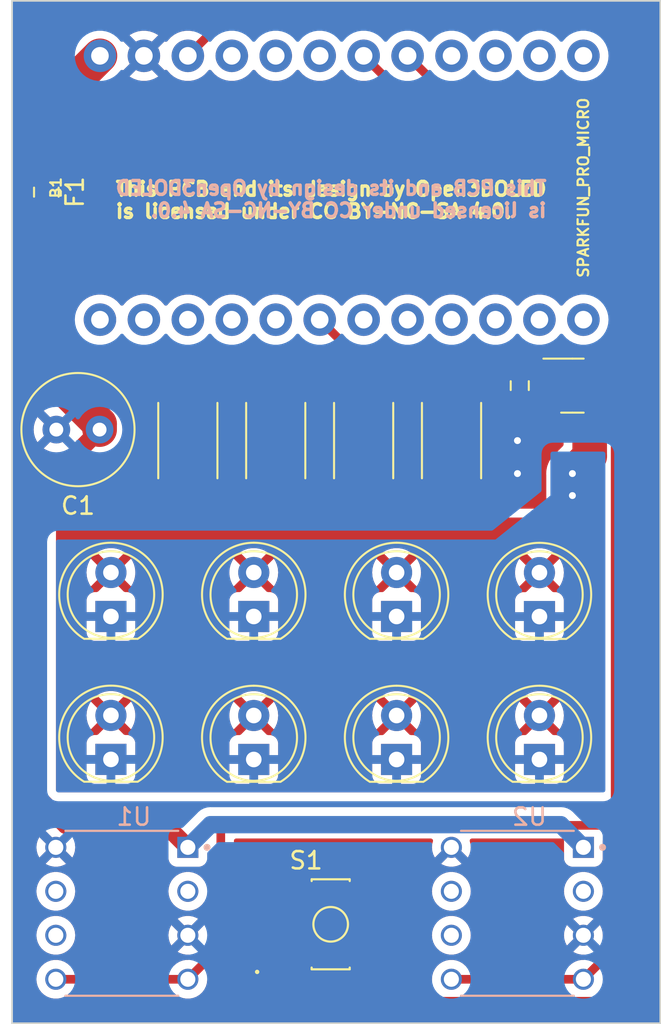
<source format=kicad_pcb>
(kicad_pcb (version 20221018) (generator pcbnew)
  (layers (0 "F.Cu" signal) (31 "B.Cu" signal) (34 "B.Paste" user) (35 "F.Paste" user) (36 "B.SilkS" user "B.Silkscreen") (37 "F.SilkS" user "F.Silkscreen") (38 "B.Mask" user) (39 "F.Mask" user) (44 "Edge.Cuts" user))
  (net 0 "")
  (net 6 "/LED_CONTROL")
  (net 17 "/RIGHT_OPT101_OUTPUT")
  (net 18 "/LEFT_OPT101_OUTPUT")
  (net 22 "GND")
  (net 23 "+5V")
  (net 24 "Net-(B1-RESET)")
  (net 25 "Net-(C1-Pad1)")
  (net 27 "/LED_MOSFET")
  (net 28 "/RESISTOR_LED")
  (footprint "Resistor_SMD:R_0603_1608Metric_Pad0.98x0.95mm_HandSolder" (layer "F.Cu") (at 120.7825 71.12 -90)
    (fp_text reference "R1" hide)
    (fp_text value "1000" hide)
    (fp_line (start -0.254724 -0.5225) (end 0.254724 -0.5225) (stroke (width 0.12)) (layer "F.SilkS"))
    (fp_line (start -0.254724 0.5225) (end 0.254724 0.5225) (stroke (width 0.12)) (layer "F.SilkS"))
    (pad "1" smd roundrect (at -0.9125 0 270) (size 0.975 0.95) (layers "F.Cu" "F.Paste" "F.Mask") (net 6 "/LED_CONTROL"))
    (pad "2" smd roundrect (at 0.9125 0 270) (size 0.975 0.95) (layers "F.Cu" "F.Paste" "F.Mask") (net 22 "GND"))
  )
  (footprint "Fuse:Fuse_0805_2012Metric_Pad1.15x1.40mm_HandSolder" (layer "F.Cu") (at 93.4212 59.944 -90)
    (fp_text reference "F1" (at 0 -1.65 90) (layer "F.SilkS"))
    (fp_text value "Polyfuse" hide)
    (fp_line (start -0.261252 -0.71) (end 0.261252 -0.71) (stroke (width 0.12)) (layer "F.SilkS"))
    (fp_line (start -0.261252 0.71) (end 0.261252 0.71) (stroke (width 0.12)) (layer "F.SilkS"))
    (pad "1" smd roundrect (at -1.025 0 270) (size 1.15 1.4) (layers "F.Cu" "F.Paste" "F.Mask") (roundrect_rratio 0.2173913043) (net 25 "Net-(C1-Pad1)"))
    (pad "2" smd roundrect (at 1.025 0 270) (size 1.15 1.4) (layers "F.Cu" "F.Paste" "F.Mask") (roundrect_rratio 0.2173913043) (net 25 "Net-(C1-Pad1)"))
  )
  (footprint "LED_THT:LED_D5.0mm" (layer "F.Cu") (at 105.41 92.715 90)
    (fp_text reference "D6" hide)
    (fp_text value "LED" hide)
    (fp_line (start -1.29 -1.545) (end -1.29 1.545) (stroke (width 0.12)) (layer "F.SilkS"))
    (fp_arc (start -1.29 -1.54483) (mid 2.072002 -2.880433) (end 4.26 0.000462) (stroke (width 0.12)) (layer "F.SilkS"))
    (fp_arc (start 4.26 -0.000462) (mid 2.072002 2.880433) (end -1.29 1.54483) (stroke (width 0.12)) (layer "F.SilkS"))
    (fp_circle (center 1.27 0) (end 3.77 0) (stroke (width 0.12)) (fill none) (layer "F.SilkS"))
    (pad "1" thru_hole rect (at 0 0 90) (size 1.8 1.8) (drill 0.9) (layers "*.Cu" "*.Mask") (net 27 "/LED_MOSFET"))
    (pad "2" thru_hole circle (at 2.54 0 90) (size 1.8 1.8) (drill 0.9) (layers "*.Cu" "*.Mask") (net 28 "/RESISTOR_LED"))
  )
  (footprint "LED_THT:LED_D5.0mm" (layer "F.Cu") (at 121.92 92.715 90)
    (fp_text reference "D8" hide)
    (fp_text value "LED" hide)
    (fp_line (start -1.29 -1.545) (end -1.29 1.545) (stroke (width 0.12)) (layer "F.SilkS"))
    (fp_arc (start -1.29 -1.54483) (mid 2.072002 -2.880433) (end 4.26 0.000462) (stroke (width 0.12)) (layer "F.SilkS"))
    (fp_arc (start 4.26 -0.000462) (mid 2.072002 2.880433) (end -1.29 1.54483) (stroke (width 0.12)) (layer "F.SilkS"))
    (fp_circle (center 1.27 0) (end 3.77 0) (stroke (width 0.12)) (fill none) (layer "F.SilkS"))
    (pad "1" thru_hole rect (at 0 0 90) (size 1.8 1.8) (drill 0.9) (layers "*.Cu" "*.Mask") (net 27 "/LED_MOSFET"))
    (pad "2" thru_hole circle (at 2.54 0 90) (size 1.8 1.8) (drill 0.9) (layers "*.Cu" "*.Mask") (net 28 "/RESISTOR_LED"))
  )
  (footprint "LED_THT:LED_D5.0mm" (layer "F.Cu") (at 97.155 84.455 90)
    (fp_text reference "D1" hide)
    (fp_text value "LED" hide)
    (fp_line (start -1.29 -1.545) (end -1.29 1.545) (stroke (width 0.12)) (layer "F.SilkS"))
    (fp_arc (start -1.29 -1.54483) (mid 2.072002 -2.880433) (end 4.26 0.000462) (stroke (width 0.12)) (layer "F.SilkS"))
    (fp_arc (start 4.26 -0.000462) (mid 2.072002 2.880433) (end -1.29 1.54483) (stroke (width 0.12)) (layer "F.SilkS"))
    (fp_circle (center 1.27 0) (end 3.77 0) (stroke (width 0.12)) (fill none) (layer "F.SilkS"))
    (pad "1" thru_hole rect (at 0 0 90) (size 1.8 1.8) (drill 0.9) (layers "*.Cu" "*.Mask") (net 27 "/LED_MOSFET"))
    (pad "2" thru_hole circle (at 2.54 0 90) (size 1.8 1.8) (drill 0.9) (layers "*.Cu" "*.Mask") (net 28 "/RESISTOR_LED"))
  )
  (footprint "Package_TO_SOT_SMD:SOT-23" (layer "F.Cu") (at 123.825 71.12)
    (fp_text reference "Q1" hide)
    (fp_text value "AO3400A" hide)
    (fp_line (start 0 -1.56) (end -1.675 -1.56) (stroke (width 0.12)) (layer "F.SilkS"))
    (fp_line (start 0 -1.56) (end 0.65 -1.56) (stroke (width 0.12)) (layer "F.SilkS"))
    (fp_line (start 0 1.56) (end -0.65 1.56) (stroke (width 0.12)) (layer "F.SilkS"))
    (fp_line (start 0 1.56) (end 0.65 1.56) (stroke (width 0.12)) (layer "F.SilkS"))
    (pad "1" smd roundrect (at -0.9375 -0.95) (size 1.475 0.6) (layers "F.Cu" "F.Paste" "F.Mask") (net 6 "/LED_CONTROL"))
    (pad "2" smd roundrect (at -0.9375 0.95) (size 1.475 0.6) (layers "F.Cu" "F.Paste" "F.Mask") (net 22 "GND"))
    (pad "3" smd roundrect (at 0.9375 0) (size 1.475 0.6) (layers "F.Cu" "F.Paste" "F.Mask") (net 27 "/LED_MOSFET"))
  )
  (footprint "LED_THT:LED_D5.0mm" (layer "F.Cu") (at 97.155 92.71 90)
    (fp_text reference "D5" hide)
    (fp_text value "LED" hide)
    (fp_line (start -1.29 -1.545) (end -1.29 1.545) (stroke (width 0.12)) (layer "F.SilkS"))
    (fp_arc (start -1.29 -1.54483) (mid 2.072002 -2.880433) (end 4.26 0.000462) (stroke (width 0.12)) (layer "F.SilkS"))
    (fp_arc (start 4.26 -0.000462) (mid 2.072002 2.880433) (end -1.29 1.54483) (stroke (width 0.12)) (layer "F.SilkS"))
    (fp_circle (center 1.27 0) (end 3.77 0) (stroke (width 0.12)) (fill none) (layer "F.SilkS"))
    (pad "1" thru_hole rect (at 0 0 90) (size 1.8 1.8) (drill 0.9) (layers "*.Cu" "*.Mask") (net 27 "/LED_MOSFET"))
    (pad "2" thru_hole circle (at 2.54 0 90) (size 1.8 1.8) (drill 0.9) (layers "*.Cu" "*.Mask") (net 28 "/RESISTOR_LED"))
  )
  (footprint "LED_THT:LED_D5.0mm" (layer "F.Cu") (at 121.92 84.46 90)
    (fp_text reference "D4" hide)
    (fp_text value "LED" hide)
    (fp_line (start -1.29 -1.545) (end -1.29 1.545) (stroke (width 0.12)) (layer "F.SilkS"))
    (fp_arc (start -1.29 -1.54483) (mid 2.072002 -2.880433) (end 4.26 0.000462) (stroke (width 0.12)) (layer "F.SilkS"))
    (fp_arc (start 4.26 -0.000462) (mid 2.072002 2.880433) (end -1.29 1.54483) (stroke (width 0.12)) (layer "F.SilkS"))
    (fp_circle (center 1.27 0) (end 3.77 0) (stroke (width 0.12)) (fill none) (layer "F.SilkS"))
    (pad "1" thru_hole rect (at 0 0 90) (size 1.8 1.8) (drill 0.9) (layers "*.Cu" "*.Mask") (net 27 "/LED_MOSFET"))
    (pad "2" thru_hole circle (at 2.54 0 90) (size 1.8 1.8) (drill 0.9) (layers "*.Cu" "*.Mask") (net 28 "/RESISTOR_LED"))
  )
  (footprint "Resistor_SMD:R_2512_6332Metric_Pad1.40x3.35mm_HandSolder" (layer "F.Cu") (at 111.76 74.295 -90)
    (fp_text reference "R11" hide)
    (fp_text value "1.5" hide)
    (fp_line (start -2.177064 -1.71) (end 2.177064 -1.71) (stroke (width 0.12)) (layer "F.SilkS"))
    (fp_line (start -2.177064 1.71) (end 2.177064 1.71) (stroke (width 0.12)) (layer "F.SilkS"))
    (pad "1" smd roundrect (at -3.05 0 270) (size 1.4 3.35) (layers "F.Cu" "F.Paste" "F.Mask") (roundrect_rratio 0.1785707143) (net 25 "Net-(C1-Pad1)"))
    (pad "2" smd roundrect (at 3.05 0 270) (size 1.4 3.35) (layers "F.Cu" "F.Paste" "F.Mask") (roundrect_rratio 0.1785707143) (net 28 "/RESISTOR_LED"))
  )
  (footprint "Capacitor_THT:C_Radial_D6.3mm_H11.0mm_P2.50mm" (layer "F.Cu") (at 96.5 73.66 180)
    (fp_text reference "C1" (at 1.25 -4.4) (layer "F.SilkS"))
    (fp_text value "C_Polarized")
    (fp_circle (center 1.25 0) (end 4.52 0) (stroke (width 0.12)) (fill none) (layer "F.SilkS"))
    (pad "1" thru_hole circle (at 0 0 180) (size 1.6 1.6) (drill 0.8) (layers "*.Cu" "*.Mask") (net 25 "Net-(C1-Pad1)"))
    (pad "2" thru_hole circle (at 2.5 0 180) (size 1.6 1.6) (drill 0.8) (layers "*.Cu" "*.Mask") (net 22 "GND"))
  )
  (footprint "LED_THT:LED_D5.0mm" (layer "F.Cu") (at 113.665 92.715 90)
    (fp_text reference "D7" hide)
    (fp_text value "LED" hide)
    (fp_line (start -1.29 -1.545) (end -1.29 1.545) (stroke (width 0.12)) (layer "F.SilkS"))
    (fp_arc (start -1.29 -1.54483) (mid 2.072002 -2.880433) (end 4.26 0.000462) (stroke (width 0.12)) (layer "F.SilkS"))
    (fp_arc (start 4.26 -0.000462) (mid 2.072002 2.880433) (end -1.29 1.54483) (stroke (width 0.12)) (layer "F.SilkS"))
    (fp_circle (center 1.27 0) (end 3.77 0) (stroke (width 0.12)) (fill none) (layer "F.SilkS"))
    (pad "1" thru_hole rect (at 0 0 90) (size 1.8 1.8) (drill 0.9) (layers "*.Cu" "*.Mask") (net 27 "/LED_MOSFET"))
    (pad "2" thru_hole circle (at 2.54 0 90) (size 1.8 1.8) (drill 0.9) (layers "*.Cu" "*.Mask") (net 28 "/RESISTOR_LED"))
  )
  (footprint "Sparkfun.Boards:SPARKFUN_PRO_MICRO" (layer "F.Cu") (at 109.22 59.69 90)
    (fp_text reference "B1" (at 0 -15.24 90) (layer "F.SilkS") (effects (font (size 0.6096 0.6096) (thickness 0.127))))
    (fp_text value "SPARKFUN_PRO_MICRO" (at 0 15.24 90) (layer "F.SilkS") (effects (font (size 0.6096 0.6096) (thickness 0.127))))
    (pad "1" thru_hole circle (at -7.62 -12.7 90) (size 1.8796 1.8796) (drill 1.016) (layers "*.Cu" "*.Mask"))
    (pad "2" thru_hole circle (at -7.62 -10.16 90) (size 1.8796 1.8796) (drill 1.016) (layers "*.Cu" "*.Mask"))
    (pad "3" thru_hole circle (at -7.62 -7.62 90) (size 1.8796 1.8796) (drill 1.016) (layers "*.Cu" "*.Mask"))
    (pad "4" thru_hole circle (at -7.62 -5.08 90) (size 1.8796 1.8796) (drill 1.016) (layers "*.Cu" "*.Mask"))
    (pad "5" thru_hole circle (at -7.62 -2.54 90) (size 1.8796 1.8796) (drill 1.016) (layers "*.Cu" "*.Mask"))
    (pad "6" thru_hole circle (at -7.62 0 90) (size 1.8796 1.8796) (drill 1.016) (layers "*.Cu" "*.Mask") (net 6 "/LED_CONTROL"))
    (pad "7" thru_hole circle (at -7.62 2.54 90) (size 1.8796 1.8796) (drill 1.016) (layers "*.Cu" "*.Mask"))
    (pad "8" thru_hole circle (at -7.62 5.08 90) (size 1.8796 1.8796) (drill 1.016) (layers "*.Cu" "*.Mask"))
    (pad "9" thru_hole circle (at -7.62 7.62 90) (size 1.8796 1.8796) (drill 1.016) (layers "*.Cu" "*.Mask"))
    (pad "10" thru_hole circle (at -7.62 10.16 90) (size 1.8796 1.8796) (drill 1.016) (layers "*.Cu" "*.Mask"))
    (pad "11" thru_hole circle (at -7.62 12.7 90) (size 1.8796 1.8796) (drill 1.016) (layers "*.Cu" "*.Mask"))
    (pad "12" thru_hole circle (at -7.62 15.24 90) (size 1.8796 1.8796) (drill 1.016) (layers "*.Cu" "*.Mask"))
    (pad "13" thru_hole circle (at 7.62 15.24 90) (size 1.8796 1.8796) (drill 1.016) (layers "*.Cu" "*.Mask"))
    (pad "14" thru_hole circle (at 7.62 12.7 90) (size 1.8796 1.8796) (drill 1.016) (layers "*.Cu" "*.Mask"))
    (pad "15" thru_hole circle (at 7.62 10.16 90) (size 1.8796 1.8796) (drill 1.016) (layers "*.Cu" "*.Mask"))
    (pad "16" thru_hole circle (at 7.62 7.62 90) (size 1.8796 1.8796) (drill 1.016) (layers "*.Cu" "*.Mask"))
    (pad "17" thru_hole circle (at 7.62 5.08 90) (size 1.8796 1.8796) (drill 1.016) (layers "*.Cu" "*.Mask") (net 17 "/RIGHT_OPT101_OUTPUT"))
    (pad "18" thru_hole circle (at 7.62 2.54 90) (size 1.8796 1.8796) (drill 1.016) (layers "*.Cu" "*.Mask") (net 18 "/LEFT_OPT101_OUTPUT"))
    (pad "19" thru_hole circle (at 7.62 0 90) (size 1.8796 1.8796) (drill 1.016) (layers "*.Cu" "*.Mask"))
    (pad "20" thru_hole circle (at 7.62 -2.54 90) (size 1.8796 1.8796) (drill 1.016) (layers "*.Cu" "*.Mask"))
    (pad "21" thru_hole circle (at 7.62 -5.08 90) (size 1.8796 1.8796) (drill 1.016) (layers "*.Cu" "*.Mask"))
    (pad "22" thru_hole circle (at 7.62 -7.62 90) (size 1.8796 1.8796) (drill 1.016) (layers "*.Cu" "*.Mask") (net 24 "Net-(B1-RESET)"))
    (pad "23" thru_hole circle (at 7.62 -10.16 90) (size 1.8796 1.8796) (drill 1.016) (layers "*.Cu" "*.Mask") (net 22 "GND"))
    (pad "24" thru_hole circle (at 7.62 -12.7 90) (size 1.8796 1.8796) (drill 1.016) (layers "*.Cu" "*.Mask") (net 25 "Net-(C1-Pad1)"))
  )
  (footprint "LED_THT:LED_D5.0mm" (layer "F.Cu") (at 105.41 84.455 90)
    (fp_text reference "D2" hide)
    (fp_text value "LED" hide)
    (fp_line (start -1.29 -1.545) (end -1.29 1.545) (stroke (width 0.12)) (layer "F.SilkS"))
    (fp_arc (start -1.29 -1.54483) (mid 2.072002 -2.880433) (end 4.26 0.000462) (stroke (width 0.12)) (layer "F.SilkS"))
    (fp_arc (start 4.26 -0.000462) (mid 2.072002 2.880433) (end -1.29 1.54483) (stroke (width 0.12)) (layer "F.SilkS"))
    (fp_circle (center 1.27 0) (end 3.77 0) (stroke (width 0.12)) (fill none) (layer "F.SilkS"))
    (pad "1" thru_hole rect (at 0 0 90) (size 1.8 1.8) (drill 0.9) (layers "*.Cu" "*.Mask") (net 27 "/LED_MOSFET"))
    (pad "2" thru_hole circle (at 2.54 0 90) (size 1.8 1.8) (drill 0.9) (layers "*.Cu" "*.Mask") (net 28 "/RESISTOR_LED"))
  )
  (footprint "Resistor_SMD:R_2512_6332Metric_Pad1.40x3.35mm_HandSolder" (layer "F.Cu") (at 101.6 74.295 -90)
    (fp_text reference "R13" hide)
    (fp_text value "1.5" hide)
    (fp_line (start -2.177064 -1.71) (end 2.177064 -1.71) (stroke (width 0.12)) (layer "F.SilkS"))
    (fp_line (start -2.177064 1.71) (end 2.177064 1.71) (stroke (width 0.12)) (layer "F.SilkS"))
    (pad "1" smd roundrect (at -3.05 0 270) (size 1.4 3.35) (layers "F.Cu" "F.Paste" "F.Mask") (roundrect_rratio 0.1785707143) (net 25 "Net-(C1-Pad1)"))
    (pad "2" smd roundrect (at 3.05 0 270) (size 1.4 3.35) (layers "F.Cu" "F.Paste" "F.Mask") (roundrect_rratio 0.1785707143) (net 28 "/RESISTOR_LED"))
  )
  (footprint "Tactile.Switch:SW_TL3342F160QG" (layer "F.Cu") (at 109.855 102.235)
    (fp_text reference "S1" (at -1.425175 -3.685485) (layer "F.SilkS") (effects (font (size 1.000134 1.000134))))
    (fp_text value "TL3342F160QG")
    (fp_line (start -1.1 -2.6) (end -1.1 -2.5) (stroke (width 0.127)) (layer "F.SilkS"))
    (fp_line (start -1.1 -2.6) (end 1.1 -2.6) (stroke (width 0.127)) (layer "F.SilkS"))
    (fp_line (start -1.1 2.5) (end -1.1 2.6) (stroke (width 0.127)) (layer "F.SilkS"))
    (fp_line (start -1.1 2.6) (end 1.1 2.6) (stroke (width 0.127)) (layer "F.SilkS"))
    (fp_line (start 1.1 -2.5) (end 1.1 -2.6) (stroke (width 0.127)) (layer "F.SilkS"))
    (fp_line (start 1.1 2.5) (end 1.1 2.6) (stroke (width 0.127)) (layer "F.SilkS"))
    (fp_circle (center -4.25 2.75) (end -4.123 2.75) (fill solid) (layer "F.SilkS"))
    (fp_circle (center 0 0) (end 1 0) (stroke (width 0.127)) (fill none) (layer "F.SilkS"))
    (pad "1" smd rect (at -3.15 1.9) (size 1.7 1) (layers "F.Cu" "F.Paste" "F.Mask") (net 24 "Net-(B1-RESET)"))
    (pad "2" smd rect (at 3.15 1.9) (size 1.7 1) (layers "F.Cu" "F.Paste" "F.Mask") (net 24 "Net-(B1-RESET)"))
    (pad "3" smd rect (at -3.15 -1.9) (size 1.7 1) (layers "F.Cu" "F.Paste" "F.Mask") (net 22 "GND"))
    (pad "4" smd rect (at 3.15 -1.9) (size 1.7 1) (layers "F.Cu" "F.Paste" "F.Mask") (net 22 "GND"))
  )
  (footprint "Resistor_SMD:R_2512_6332Metric_Pad1.40x3.35mm_HandSolder" (layer "F.Cu") (at 116.84 74.295 -90)
    (fp_text reference "R10" hide)
    (fp_text value "1.5" hide)
    (fp_line (start -2.177064 -1.71) (end 2.177064 -1.71) (stroke (width 0.12)) (layer "F.SilkS"))
    (fp_line (start -2.177064 1.71) (end 2.177064 1.71) (stroke (width 0.12)) (layer "F.SilkS"))
    (pad "1" smd roundrect (at -3.05 0 270) (size 1.4 3.35) (layers "F.Cu" "F.Paste" "F.Mask") (roundrect_rratio 0.1785707143) (net 25 "Net-(C1-Pad1)"))
    (pad "2" smd roundrect (at 3.05 0 270) (size 1.4 3.35) (layers "F.Cu" "F.Paste" "F.Mask") (roundrect_rratio 0.1785707143) (net 28 "/RESISTOR_LED"))
  )
  (footprint "Resistor_SMD:R_2512_6332Metric_Pad1.40x3.35mm_HandSolder" (layer "F.Cu") (at 106.68 74.295 -90)
    (fp_text reference "R12" hide)
    (fp_text value "1.5" hide)
    (fp_line (start -2.177064 -1.71) (end 2.177064 -1.71) (stroke (width 0.12)) (layer "F.SilkS"))
    (fp_line (start -2.177064 1.71) (end 2.177064 1.71) (stroke (width 0.12)) (layer "F.SilkS"))
    (pad "1" smd roundrect (at -3.05 0 270) (size 1.4 3.35) (layers "F.Cu" "F.Paste" "F.Mask") (roundrect_rratio 0.1785707143) (net 25 "Net-(C1-Pad1)"))
    (pad "2" smd roundrect (at 3.05 0 270) (size 1.4 3.35) (layers "F.Cu" "F.Paste" "F.Mask") (roundrect_rratio 0.1785707143) (net 28 "/RESISTOR_LED"))
  )
  (footprint "LED_THT:LED_D5.0mm" (layer "F.Cu") (at 113.665 84.455 90)
    (fp_text reference "D3" hide)
    (fp_text value "LED" hide)
    (fp_line (start -1.29 -1.545) (end -1.29 1.545) (stroke (width 0.12)) (layer "F.SilkS"))
    (fp_arc (start -1.29 -1.54483) (mid 2.072002 -2.880433) (end 4.26 0.000462) (stroke (width 0.12)) (layer "F.SilkS"))
    (fp_arc (start 4.26 -0.000462) (mid 2.072002 2.880433) (end -1.29 1.54483) (stroke (width 0.12)) (layer "F.SilkS"))
    (fp_circle (center 1.27 0) (end 3.77 0) (stroke (width 0.12)) (fill none) (layer "F.SilkS"))
    (pad "1" thru_hole rect (at 0 0 90) (size 1.8 1.8) (drill 0.9) (layers "*.Cu" "*.Mask") (net 27 "/LED_MOSFET"))
    (pad "2" thru_hole circle (at 2.54 0 90) (size 1.8 1.8) (drill 0.9) (layers "*.Cu" "*.Mask") (net 28 "/RESISTOR_LED"))
  )
  (footprint "OPT101:DIP762W46P254L952H419Q8" (layer "B.Cu") (at 120.645 101.6 180)
    (fp_text reference "U2" (at -0.695 5.5745) (layer "B.SilkS") (effects (justify mirror)))
    (fp_text value "OPT101P")
    (fp_line (start -3.26 -4.7625) (end 3.26 -4.7625) (stroke (width 0.127)) (layer "B.SilkS"))
    (fp_line (start -3.26 4.7625) (end 3.26 4.7625) (stroke (width 0.127)) (layer "B.SilkS"))
    (fp_circle (center -4.925 3.81) (end -4.825 3.81) (stroke (width 0.2)) (fill none) (layer "B.SilkS"))
    (pad "1" thru_hole rect (at -3.815 3.81 180) (size 1.22 1.22) (drill 0.87) (layers "*.Cu" "*.Mask") (net 25 "Net-(C1-Pad1)"))
    (pad "2" thru_hole circle (at -3.815 1.27 180) (size 1.22 1.22) (drill 0.87) (layers "*.Cu" "*.Mask"))
    (pad "3" thru_hole circle (at -3.815 -1.27 180) (size 1.22 1.22) (drill 0.87) (layers "*.Cu" "*.Mask") (net 22 "GND"))
    (pad "4" thru_hole circle (at -3.815 -3.81 180) (size 1.22 1.22) (drill 0.87) (layers "*.Cu" "*.Mask") (net 17 "/RIGHT_OPT101_OUTPUT"))
    (pad "5" thru_hole circle (at 3.815 -3.81 180) (size 1.22 1.22) (drill 0.87) (layers "*.Cu" "*.Mask") (net 17 "/RIGHT_OPT101_OUTPUT"))
    (pad "6" thru_hole circle (at 3.815 -1.27 180) (size 1.22 1.22) (drill 0.87) (layers "*.Cu" "*.Mask"))
    (pad "7" thru_hole circle (at 3.815 1.27 180) (size 1.22 1.22) (drill 0.87) (layers "*.Cu" "*.Mask"))
    (pad "8" thru_hole circle (at 3.815 3.81 180) (size 1.22 1.22) (drill 0.87) (layers "*.Cu" "*.Mask") (net 22 "GND"))
  )
  (footprint "OPT101:DIP762W46P254L952H419Q8" (layer "B.Cu") (at 97.785 101.6 180)
    (fp_text reference "U1" (at -0.695 5.5745) (layer "B.SilkS") (effects (justify mirror)))
    (fp_text value "OPT101P")
    (fp_line (start -3.26 -4.7625) (end 3.26 -4.7625) (stroke (width 0.127)) (layer "B.SilkS"))
    (fp_line (start -3.26 4.7625) (end 3.26 4.7625) (stroke (width 0.127)) (layer "B.SilkS"))
    (fp_circle (center -4.925 3.81) (end -4.825 3.81) (stroke (width 0.2)) (fill none) (layer "B.SilkS"))
    (pad "1" thru_hole rect (at -3.815 3.81 180) (size 1.22 1.22) (drill 0.87) (layers "*.Cu" "*.Mask") (net 25 "Net-(C1-Pad1)"))
    (pad "2" thru_hole circle (at -3.815 1.27 180) (size 1.22 1.22) (drill 0.87) (layers "*.Cu" "*.Mask"))
    (pad "3" thru_hole circle (at -3.815 -1.27 180) (size 1.22 1.22) (drill 0.87) (layers "*.Cu" "*.Mask") (net 22 "GND"))
    (pad "4" thru_hole circle (at -3.815 -3.81 180) (size 1.22 1.22) (drill 0.87) (layers "*.Cu" "*.Mask") (net 18 "/LEFT_OPT101_OUTPUT"))
    (pad "5" thru_hole circle (at 3.815 -3.81 180) (size 1.22 1.22) (drill 0.87) (layers "*.Cu" "*.Mask") (net 18 "/LEFT_OPT101_OUTPUT"))
    (pad "6" thru_hole circle (at 3.815 -1.27 180) (size 1.22 1.22) (drill 0.87) (layers "*.Cu" "*.Mask"))
    (pad "7" thru_hole circle (at 3.815 1.27 180) (size 1.22 1.22) (drill 0.87) (layers "*.Cu" "*.Mask"))
    (pad "8" thru_hole circle (at 3.815 3.81 180) (size 1.22 1.22) (drill 0.87) (layers "*.Cu" "*.Mask") (net 22 "GND"))
  )
  (gr_line (start 91.44 107.95) (end 91.44 48.895) (stroke (width 0.1)) (layer "Edge.Cuts"))
  (gr_line (start 128.905 48.895) (end 128.905 107.95) (stroke (width 0.1)) (layer "Edge.Cuts"))
  (gr_line (start 128.905 107.95) (end 91.44 107.95) (stroke (width 0.1)) (layer "Edge.Cuts"))
  (gr_line (start 91.44 48.895) (end 128.905 48.895) (stroke (width 0.1)) (layer "Edge.Cuts"))
  (gr_text "This PCB and its design by Open3DOLED \nis licensed under CC BY-NC-SA 4.0." (at 122.428 61.468) (layer "B.SilkS") (effects (font (size 0.8 0.8) (thickness 0.2) bold) (justify left bottom mirror)))
  (gr_text "This PCB and its design by Open3DOLED \nis licensed under CC BY-NC-SA 4.0." (at 97.3328 61.5188) (layer "F.SilkS") (effects (font (size 0.8 0.8) (thickness 0.2) bold) (justify left bottom)))
  (segment (start 122.85 70.2075) (end 122.8875 70.17) (width 0.5) (layer "F.Cu") (net 6))
  (segment (start 109.22 67.31) (end 111.125 69.215) (width 0.5) (layer "F.Cu") (net 6))
  (segment (start 111.125 69.215) (end 119.79 69.215) (width 0.5) (layer "F.Cu") (net 6))
  (segment (start 119.79 69.215) (end 120.7825 70.2075) (width 0.5) (layer "F.Cu") (net 6))
  (segment (start 120.7825 70.2075) (end 122.85 70.2075) (width 0.5) (layer "F.Cu") (net 6))
  (segment (start 124.46 105.41) (end 116.83 105.41) (width 0.5) (layer "F.Cu") (net 17))
  (segment (start 114.3 52.07) (end 127 64.77) (width 0.5) (layer "F.Cu") (net 17))
  (segment (start 127 102.87) (end 124.46 105.41) (width 0.5) (layer "F.Cu") (net 17))
  (segment (start 127 64.77) (end 127 102.87) (width 0.5) (layer "F.Cu") (net 17))
  (segment (start 103.505 103.505) (end 103.505 96.52) (width 0.5) (layer "F.Cu") (net 18))
  (segment (start 126.29548 95.94952) (end 126.29548 66.61548) (width 0.5) (layer "F.Cu") (net 18))
  (segment (start 101.6 105.41) (end 93.97 105.41) (width 0.5) (layer "F.Cu") (net 18))
  (segment (start 126.30048 66.61048) (end 111.76 52.07) (width 0.5) (layer "F.Cu") (net 18))
  (segment (start 103.505 96.52) (end 125.725 96.52) (width 0.5) (layer "F.Cu") (net 18))
  (segment (start 126.29548 66.61548) (end 126.30048 66.61048) (width 0.5) (layer "F.Cu") (net 18))
  (segment (start 101.6 105.41) (end 103.505 103.505) (width 0.5) (layer "F.Cu") (net 18))
  (segment (start 125.725 96.52) (end 126.29548 95.94952) (width 0.5) (layer "F.Cu") (net 18))
  (segment (start 120.65 74.295) (end 122.625 72.32) (width 2) (layer "F.Cu") (net 22))
  (segment (start 123.02 72.07) (end 120.82 72.07) (width 1) (layer "F.Cu") (net 22))
  (segment (start 120.7825 72.0325) (end 120.7825 74.1625) (width 2) (layer "F.Cu") (net 22))
  (segment (start 120.82 72.07) (end 120.7825 72.0325) (width 1) (layer "F.Cu") (net 22))
  (segment (start 122.625 72.32) (end 122.625 72.07) (width 2) (layer "F.Cu") (net 22))
  (segment (start 120.7825 74.1625) (end 120.65 74.295) (width 2) (layer "F.Cu") (net 22))
  (via (at 120.65 76.2) (size 0.8) (drill 0.4) (layers "F.Cu" "B.Cu") (net 22))
  (via (at 120.65 74.295) (size 0.8) (drill 0.4) (layers "F.Cu" "B.Cu") (net 22))
  (segment (start 127.69952 62.92952) (end 127.69952 104.71048) (width 0.5) (layer "F.Cu") (net 24))
  (segment (start 103.505 50.165) (end 125.095 50.165) (width 0.5) (layer "F.Cu") (net 24))
  (segment (start 127.69952 104.71048) (end 125.73 106.68) (width 0.5) (layer "F.Cu") (net 24))
  (segment (start 125.095 50.165) (end 126.365 51.435) (width 0.5) (layer "F.Cu") (net 24))
  (segment (start 106.705 104.135) (end 113.005 104.135) (width 0.5) (layer "F.Cu") (net 24))
  (segment (start 126.365 51.435) (end 126.365 61.595) (width 0.5) (layer "F.Cu") (net 24))
  (segment (start 101.6 52.07) (end 103.505 50.165) (width 0.5) (layer "F.Cu") (net 24))
  (segment (start 126.365 61.595) (end 127.69952 62.92952) (width 0.5) (layer "F.Cu") (net 24))
  (segment (start 115.55 106.68) (end 113.005 104.135) (width 0.5) (layer "F.Cu") (net 24))
  (segment (start 125.73 106.68) (end 115.55 106.68) (width 0.5) (layer "F.Cu") (net 24))
  (segment (start 93.4212 55.1688) (end 96.52 52.07) (width 2) (layer "F.Cu") (net 25))
  (segment (start 94.551929 96.52) (end 100.33 96.52) (width 1) (layer "F.Cu") (net 25))
  (segment (start 92.705 94.673071) (end 94.551929 96.52) (width 1) (layer "F.Cu") (net 25))
  (segment (start 93.4212 61.969) (end 93.4212 70.252772) (width 2) (layer "F.Cu") (net 25))
  (segment (start 93.4212 70.252772) (end 96.5 73.331572) (width 2) (layer "F.Cu") (net 25))
  (segment (start 92.71 77.47) (end 92.71 94.668071) (width 1) (layer "F.Cu") (net 25))
  (segment (start 96.5 73.68) (end 92.71 77.47) (width 1) (layer "F.Cu") (net 25))
  (segment (start 92.71 94.668071) (end 92.705 94.673071) (width 1) (layer "F.Cu") (net 25))
  (segment (start 100.33 96.52) (end 101.6 97.79) (width 1) (layer "F.Cu") (net 25))
  (segment (start 93.4212 57.919) (end 93.4212 55.1688) (width 2) (layer "F.Cu") (net 25))
  (segment (start 96.5 73.331572) (end 96.5 73.66) (width 2) (layer "F.Cu") (net 25))
  (segment (start 101.6 97.79) (end 102.909511 96.480489) (width 1) (layer "B.Cu") (net 25))
  (segment (start 102.909511 96.480489) (end 123.150489 96.480489) (width 1) (layer "B.Cu") (net 25))
  (segment (start 123.150489 96.480489) (end 124.46 97.79) (width 1) (layer "B.Cu") (net 25))
  (segment (start 124.82452 75.20048) (end 123.825 76.2) (width 2) (layer "F.Cu") (net 27))
  (segment (start 123.825 76.2) (end 123.825 77.47) (width 2) (layer "F.Cu") (net 27))
  (segment (start 124.7625 71.12) (end 124.82452 71.18202) (width 2) (layer "F.Cu") (net 27))
  (segment (start 124.82452 71.18202) (end 124.82452 75.20048) (width 2) (layer "F.Cu") (net 27))
  (via (at 123.825 76.2) (size 0.8) (drill 0.4) (layers "F.Cu" "B.Cu") (net 27))
  (via (at 123.825 77.47) (size 0.8) (drill 0.4) (layers "F.Cu" "B.Cu") (net 27))
  (zone (net 23) (net_name "+5V") (layer "F.Cu") (priority 1) (connect_pads yes (clearance 0.508)) (min_thickness 0.254) (fill yes (thermal_gap 0.508) (thermal_bridge_width 0.508))
    (polygon (pts (xy 119.38 73.66) (xy 100.33 73.66) (xy 100.374949 74.295) (xy 95.885 74.295) (xy 95.885 69.85) (xy 119.38 69.85)))
  )
  (zone (net 28) (net_name "/RESISTOR_LED") (layer "F.Cu") (priority 1) (connect_pads thru_hole_only (clearance 0.508)) (min_thickness 0.254) (fill yes (thermal_gap 0.508) (thermal_bridge_width 0.508))
    (polygon (pts (xy 119.38 78.74) (xy 125.73 78.74) (xy 125.73 94.615) (xy 93.98 94.615) (xy 93.98 78.105) (xy 98.425 78.105) (xy 98.425 75.565) (xy 119.38 75.565)))
  )
  (zone (net 22) (net_name "GND") (layers "F&B.Cu") (connect_pads (clearance 0.508)) (min_thickness 0.254) (fill yes (thermal_gap 0.508) (thermal_bridge_width 0.508))
    (polygon (pts (xy 128.905 107.95) (xy 91.44 107.95) (xy 91.44 48.895) (xy 128.905 48.895)))
  )
  (zone (net 27) (net_name "/LED_MOSFET") (layer "B.Cu") (priority 1) (connect_pads (clearance 0.508)) (min_thickness 0.254) (fill yes (thermal_gap 0.508) (thermal_bridge_width 0.508))
    (polygon (pts (xy 125.73 94.615) (xy 93.98 94.615) (xy 93.98 80.01) (xy 119.38 80.01) (xy 122.555 77.47) (xy 122.555 74.93) (xy 125.73 74.93)))
  )
)
</source>
